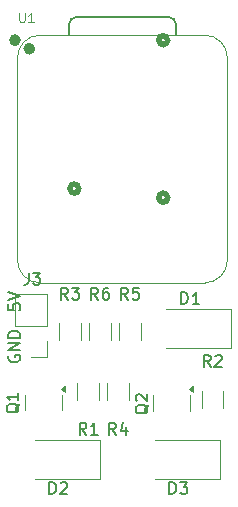
<source format=gbr>
%TF.GenerationSoftware,KiCad,Pcbnew,9.0.1*%
%TF.CreationDate,2025-05-22T11:03:56-04:00*%
%TF.ProjectId,Pneumatactors_1Xiao_PiezoPumps_2Valves,506e6575-6d61-4746-9163-746f72735f31,rev?*%
%TF.SameCoordinates,Original*%
%TF.FileFunction,Legend,Top*%
%TF.FilePolarity,Positive*%
%FSLAX46Y46*%
G04 Gerber Fmt 4.6, Leading zero omitted, Abs format (unit mm)*
G04 Created by KiCad (PCBNEW 9.0.1) date 2025-05-22 11:03:56*
%MOMM*%
%LPD*%
G01*
G04 APERTURE LIST*
%ADD10C,0.150000*%
%ADD11C,0.106680*%
%ADD12C,0.120000*%
%ADD13C,0.508000*%
%ADD14C,0.504000*%
%ADD15C,0.100000*%
%ADD16C,0.127000*%
G04 APERTURE END LIST*
D10*
X40540438Y-65531904D02*
X40492819Y-65627142D01*
X40492819Y-65627142D02*
X40492819Y-65769999D01*
X40492819Y-65769999D02*
X40540438Y-65912856D01*
X40540438Y-65912856D02*
X40635676Y-66008094D01*
X40635676Y-66008094D02*
X40730914Y-66055713D01*
X40730914Y-66055713D02*
X40921390Y-66103332D01*
X40921390Y-66103332D02*
X41064247Y-66103332D01*
X41064247Y-66103332D02*
X41254723Y-66055713D01*
X41254723Y-66055713D02*
X41349961Y-66008094D01*
X41349961Y-66008094D02*
X41445200Y-65912856D01*
X41445200Y-65912856D02*
X41492819Y-65769999D01*
X41492819Y-65769999D02*
X41492819Y-65674761D01*
X41492819Y-65674761D02*
X41445200Y-65531904D01*
X41445200Y-65531904D02*
X41397580Y-65484285D01*
X41397580Y-65484285D02*
X41064247Y-65484285D01*
X41064247Y-65484285D02*
X41064247Y-65674761D01*
X41492819Y-65055713D02*
X40492819Y-65055713D01*
X40492819Y-65055713D02*
X41492819Y-64484285D01*
X41492819Y-64484285D02*
X40492819Y-64484285D01*
X41492819Y-64008094D02*
X40492819Y-64008094D01*
X40492819Y-64008094D02*
X40492819Y-63769999D01*
X40492819Y-63769999D02*
X40540438Y-63627142D01*
X40540438Y-63627142D02*
X40635676Y-63531904D01*
X40635676Y-63531904D02*
X40730914Y-63484285D01*
X40730914Y-63484285D02*
X40921390Y-63436666D01*
X40921390Y-63436666D02*
X41064247Y-63436666D01*
X41064247Y-63436666D02*
X41254723Y-63484285D01*
X41254723Y-63484285D02*
X41349961Y-63531904D01*
X41349961Y-63531904D02*
X41445200Y-63627142D01*
X41445200Y-63627142D02*
X41492819Y-63769999D01*
X41492819Y-63769999D02*
X41492819Y-64008094D01*
X40492819Y-61150476D02*
X40492819Y-61626666D01*
X40492819Y-61626666D02*
X40969009Y-61674285D01*
X40969009Y-61674285D02*
X40921390Y-61626666D01*
X40921390Y-61626666D02*
X40873771Y-61531428D01*
X40873771Y-61531428D02*
X40873771Y-61293333D01*
X40873771Y-61293333D02*
X40921390Y-61198095D01*
X40921390Y-61198095D02*
X40969009Y-61150476D01*
X40969009Y-61150476D02*
X41064247Y-61102857D01*
X41064247Y-61102857D02*
X41302342Y-61102857D01*
X41302342Y-61102857D02*
X41397580Y-61150476D01*
X41397580Y-61150476D02*
X41445200Y-61198095D01*
X41445200Y-61198095D02*
X41492819Y-61293333D01*
X41492819Y-61293333D02*
X41492819Y-61531428D01*
X41492819Y-61531428D02*
X41445200Y-61626666D01*
X41445200Y-61626666D02*
X41397580Y-61674285D01*
X40492819Y-60817142D02*
X41492819Y-60483809D01*
X41492819Y-60483809D02*
X40492819Y-60150476D01*
X48093333Y-60779819D02*
X47760000Y-60303628D01*
X47521905Y-60779819D02*
X47521905Y-59779819D01*
X47521905Y-59779819D02*
X47902857Y-59779819D01*
X47902857Y-59779819D02*
X47998095Y-59827438D01*
X47998095Y-59827438D02*
X48045714Y-59875057D01*
X48045714Y-59875057D02*
X48093333Y-59970295D01*
X48093333Y-59970295D02*
X48093333Y-60113152D01*
X48093333Y-60113152D02*
X48045714Y-60208390D01*
X48045714Y-60208390D02*
X47998095Y-60256009D01*
X47998095Y-60256009D02*
X47902857Y-60303628D01*
X47902857Y-60303628D02*
X47521905Y-60303628D01*
X48950476Y-59779819D02*
X48760000Y-59779819D01*
X48760000Y-59779819D02*
X48664762Y-59827438D01*
X48664762Y-59827438D02*
X48617143Y-59875057D01*
X48617143Y-59875057D02*
X48521905Y-60017914D01*
X48521905Y-60017914D02*
X48474286Y-60208390D01*
X48474286Y-60208390D02*
X48474286Y-60589342D01*
X48474286Y-60589342D02*
X48521905Y-60684580D01*
X48521905Y-60684580D02*
X48569524Y-60732200D01*
X48569524Y-60732200D02*
X48664762Y-60779819D01*
X48664762Y-60779819D02*
X48855238Y-60779819D01*
X48855238Y-60779819D02*
X48950476Y-60732200D01*
X48950476Y-60732200D02*
X48998095Y-60684580D01*
X48998095Y-60684580D02*
X49045714Y-60589342D01*
X49045714Y-60589342D02*
X49045714Y-60351247D01*
X49045714Y-60351247D02*
X48998095Y-60256009D01*
X48998095Y-60256009D02*
X48950476Y-60208390D01*
X48950476Y-60208390D02*
X48855238Y-60160771D01*
X48855238Y-60160771D02*
X48664762Y-60160771D01*
X48664762Y-60160771D02*
X48569524Y-60208390D01*
X48569524Y-60208390D02*
X48521905Y-60256009D01*
X48521905Y-60256009D02*
X48474286Y-60351247D01*
X47109333Y-72209819D02*
X46776000Y-71733628D01*
X46537905Y-72209819D02*
X46537905Y-71209819D01*
X46537905Y-71209819D02*
X46918857Y-71209819D01*
X46918857Y-71209819D02*
X47014095Y-71257438D01*
X47014095Y-71257438D02*
X47061714Y-71305057D01*
X47061714Y-71305057D02*
X47109333Y-71400295D01*
X47109333Y-71400295D02*
X47109333Y-71543152D01*
X47109333Y-71543152D02*
X47061714Y-71638390D01*
X47061714Y-71638390D02*
X47014095Y-71686009D01*
X47014095Y-71686009D02*
X46918857Y-71733628D01*
X46918857Y-71733628D02*
X46537905Y-71733628D01*
X48061714Y-72209819D02*
X47490286Y-72209819D01*
X47776000Y-72209819D02*
X47776000Y-71209819D01*
X47776000Y-71209819D02*
X47680762Y-71352676D01*
X47680762Y-71352676D02*
X47585524Y-71447914D01*
X47585524Y-71447914D02*
X47490286Y-71495533D01*
X57618333Y-66494819D02*
X57285000Y-66018628D01*
X57046905Y-66494819D02*
X57046905Y-65494819D01*
X57046905Y-65494819D02*
X57427857Y-65494819D01*
X57427857Y-65494819D02*
X57523095Y-65542438D01*
X57523095Y-65542438D02*
X57570714Y-65590057D01*
X57570714Y-65590057D02*
X57618333Y-65685295D01*
X57618333Y-65685295D02*
X57618333Y-65828152D01*
X57618333Y-65828152D02*
X57570714Y-65923390D01*
X57570714Y-65923390D02*
X57523095Y-65971009D01*
X57523095Y-65971009D02*
X57427857Y-66018628D01*
X57427857Y-66018628D02*
X57046905Y-66018628D01*
X57999286Y-65590057D02*
X58046905Y-65542438D01*
X58046905Y-65542438D02*
X58142143Y-65494819D01*
X58142143Y-65494819D02*
X58380238Y-65494819D01*
X58380238Y-65494819D02*
X58475476Y-65542438D01*
X58475476Y-65542438D02*
X58523095Y-65590057D01*
X58523095Y-65590057D02*
X58570714Y-65685295D01*
X58570714Y-65685295D02*
X58570714Y-65780533D01*
X58570714Y-65780533D02*
X58523095Y-65923390D01*
X58523095Y-65923390D02*
X57951667Y-66494819D01*
X57951667Y-66494819D02*
X58570714Y-66494819D01*
X43981905Y-77249819D02*
X43981905Y-76249819D01*
X43981905Y-76249819D02*
X44220000Y-76249819D01*
X44220000Y-76249819D02*
X44362857Y-76297438D01*
X44362857Y-76297438D02*
X44458095Y-76392676D01*
X44458095Y-76392676D02*
X44505714Y-76487914D01*
X44505714Y-76487914D02*
X44553333Y-76678390D01*
X44553333Y-76678390D02*
X44553333Y-76821247D01*
X44553333Y-76821247D02*
X44505714Y-77011723D01*
X44505714Y-77011723D02*
X44458095Y-77106961D01*
X44458095Y-77106961D02*
X44362857Y-77202200D01*
X44362857Y-77202200D02*
X44220000Y-77249819D01*
X44220000Y-77249819D02*
X43981905Y-77249819D01*
X44934286Y-76345057D02*
X44981905Y-76297438D01*
X44981905Y-76297438D02*
X45077143Y-76249819D01*
X45077143Y-76249819D02*
X45315238Y-76249819D01*
X45315238Y-76249819D02*
X45410476Y-76297438D01*
X45410476Y-76297438D02*
X45458095Y-76345057D01*
X45458095Y-76345057D02*
X45505714Y-76440295D01*
X45505714Y-76440295D02*
X45505714Y-76535533D01*
X45505714Y-76535533D02*
X45458095Y-76678390D01*
X45458095Y-76678390D02*
X44886667Y-77249819D01*
X44886667Y-77249819D02*
X45505714Y-77249819D01*
X41444057Y-69612738D02*
X41396438Y-69707976D01*
X41396438Y-69707976D02*
X41301200Y-69803214D01*
X41301200Y-69803214D02*
X41158342Y-69946071D01*
X41158342Y-69946071D02*
X41110723Y-70041309D01*
X41110723Y-70041309D02*
X41110723Y-70136547D01*
X41348819Y-70088928D02*
X41301200Y-70184166D01*
X41301200Y-70184166D02*
X41205961Y-70279404D01*
X41205961Y-70279404D02*
X41015485Y-70327023D01*
X41015485Y-70327023D02*
X40682152Y-70327023D01*
X40682152Y-70327023D02*
X40491676Y-70279404D01*
X40491676Y-70279404D02*
X40396438Y-70184166D01*
X40396438Y-70184166D02*
X40348819Y-70088928D01*
X40348819Y-70088928D02*
X40348819Y-69898452D01*
X40348819Y-69898452D02*
X40396438Y-69803214D01*
X40396438Y-69803214D02*
X40491676Y-69707976D01*
X40491676Y-69707976D02*
X40682152Y-69660357D01*
X40682152Y-69660357D02*
X41015485Y-69660357D01*
X41015485Y-69660357D02*
X41205961Y-69707976D01*
X41205961Y-69707976D02*
X41301200Y-69803214D01*
X41301200Y-69803214D02*
X41348819Y-69898452D01*
X41348819Y-69898452D02*
X41348819Y-70088928D01*
X41348819Y-68707976D02*
X41348819Y-69279404D01*
X41348819Y-68993690D02*
X40348819Y-68993690D01*
X40348819Y-68993690D02*
X40491676Y-69088928D01*
X40491676Y-69088928D02*
X40586914Y-69184166D01*
X40586914Y-69184166D02*
X40634533Y-69279404D01*
D11*
X41421450Y-36511391D02*
X41421450Y-37144698D01*
X41421450Y-37144698D02*
X41458704Y-37219204D01*
X41458704Y-37219204D02*
X41495957Y-37256458D01*
X41495957Y-37256458D02*
X41570464Y-37293711D01*
X41570464Y-37293711D02*
X41719477Y-37293711D01*
X41719477Y-37293711D02*
X41793984Y-37256458D01*
X41793984Y-37256458D02*
X41831237Y-37219204D01*
X41831237Y-37219204D02*
X41868490Y-37144698D01*
X41868490Y-37144698D02*
X41868490Y-36511391D01*
X42650810Y-37293711D02*
X42203770Y-37293711D01*
X42427290Y-37293711D02*
X42427290Y-36511391D01*
X42427290Y-36511391D02*
X42352783Y-36623151D01*
X42352783Y-36623151D02*
X42278277Y-36697658D01*
X42278277Y-36697658D02*
X42203770Y-36734911D01*
D10*
X55141905Y-61160819D02*
X55141905Y-60160819D01*
X55141905Y-60160819D02*
X55380000Y-60160819D01*
X55380000Y-60160819D02*
X55522857Y-60208438D01*
X55522857Y-60208438D02*
X55618095Y-60303676D01*
X55618095Y-60303676D02*
X55665714Y-60398914D01*
X55665714Y-60398914D02*
X55713333Y-60589390D01*
X55713333Y-60589390D02*
X55713333Y-60732247D01*
X55713333Y-60732247D02*
X55665714Y-60922723D01*
X55665714Y-60922723D02*
X55618095Y-61017961D01*
X55618095Y-61017961D02*
X55522857Y-61113200D01*
X55522857Y-61113200D02*
X55380000Y-61160819D01*
X55380000Y-61160819D02*
X55141905Y-61160819D01*
X56665714Y-61160819D02*
X56094286Y-61160819D01*
X56380000Y-61160819D02*
X56380000Y-60160819D01*
X56380000Y-60160819D02*
X56284762Y-60303676D01*
X56284762Y-60303676D02*
X56189524Y-60398914D01*
X56189524Y-60398914D02*
X56094286Y-60446533D01*
X50633333Y-60779819D02*
X50300000Y-60303628D01*
X50061905Y-60779819D02*
X50061905Y-59779819D01*
X50061905Y-59779819D02*
X50442857Y-59779819D01*
X50442857Y-59779819D02*
X50538095Y-59827438D01*
X50538095Y-59827438D02*
X50585714Y-59875057D01*
X50585714Y-59875057D02*
X50633333Y-59970295D01*
X50633333Y-59970295D02*
X50633333Y-60113152D01*
X50633333Y-60113152D02*
X50585714Y-60208390D01*
X50585714Y-60208390D02*
X50538095Y-60256009D01*
X50538095Y-60256009D02*
X50442857Y-60303628D01*
X50442857Y-60303628D02*
X50061905Y-60303628D01*
X51538095Y-59779819D02*
X51061905Y-59779819D01*
X51061905Y-59779819D02*
X51014286Y-60256009D01*
X51014286Y-60256009D02*
X51061905Y-60208390D01*
X51061905Y-60208390D02*
X51157143Y-60160771D01*
X51157143Y-60160771D02*
X51395238Y-60160771D01*
X51395238Y-60160771D02*
X51490476Y-60208390D01*
X51490476Y-60208390D02*
X51538095Y-60256009D01*
X51538095Y-60256009D02*
X51585714Y-60351247D01*
X51585714Y-60351247D02*
X51585714Y-60589342D01*
X51585714Y-60589342D02*
X51538095Y-60684580D01*
X51538095Y-60684580D02*
X51490476Y-60732200D01*
X51490476Y-60732200D02*
X51395238Y-60779819D01*
X51395238Y-60779819D02*
X51157143Y-60779819D01*
X51157143Y-60779819D02*
X51061905Y-60732200D01*
X51061905Y-60732200D02*
X51014286Y-60684580D01*
X45553333Y-60779819D02*
X45220000Y-60303628D01*
X44981905Y-60779819D02*
X44981905Y-59779819D01*
X44981905Y-59779819D02*
X45362857Y-59779819D01*
X45362857Y-59779819D02*
X45458095Y-59827438D01*
X45458095Y-59827438D02*
X45505714Y-59875057D01*
X45505714Y-59875057D02*
X45553333Y-59970295D01*
X45553333Y-59970295D02*
X45553333Y-60113152D01*
X45553333Y-60113152D02*
X45505714Y-60208390D01*
X45505714Y-60208390D02*
X45458095Y-60256009D01*
X45458095Y-60256009D02*
X45362857Y-60303628D01*
X45362857Y-60303628D02*
X44981905Y-60303628D01*
X45886667Y-59779819D02*
X46505714Y-59779819D01*
X46505714Y-59779819D02*
X46172381Y-60160771D01*
X46172381Y-60160771D02*
X46315238Y-60160771D01*
X46315238Y-60160771D02*
X46410476Y-60208390D01*
X46410476Y-60208390D02*
X46458095Y-60256009D01*
X46458095Y-60256009D02*
X46505714Y-60351247D01*
X46505714Y-60351247D02*
X46505714Y-60589342D01*
X46505714Y-60589342D02*
X46458095Y-60684580D01*
X46458095Y-60684580D02*
X46410476Y-60732200D01*
X46410476Y-60732200D02*
X46315238Y-60779819D01*
X46315238Y-60779819D02*
X46029524Y-60779819D01*
X46029524Y-60779819D02*
X45934286Y-60732200D01*
X45934286Y-60732200D02*
X45886667Y-60684580D01*
X49617333Y-72209819D02*
X49284000Y-71733628D01*
X49045905Y-72209819D02*
X49045905Y-71209819D01*
X49045905Y-71209819D02*
X49426857Y-71209819D01*
X49426857Y-71209819D02*
X49522095Y-71257438D01*
X49522095Y-71257438D02*
X49569714Y-71305057D01*
X49569714Y-71305057D02*
X49617333Y-71400295D01*
X49617333Y-71400295D02*
X49617333Y-71543152D01*
X49617333Y-71543152D02*
X49569714Y-71638390D01*
X49569714Y-71638390D02*
X49522095Y-71686009D01*
X49522095Y-71686009D02*
X49426857Y-71733628D01*
X49426857Y-71733628D02*
X49045905Y-71733628D01*
X50474476Y-71543152D02*
X50474476Y-72209819D01*
X50236381Y-71162200D02*
X49998286Y-71876485D01*
X49998286Y-71876485D02*
X50617333Y-71876485D01*
X52366057Y-69691238D02*
X52318438Y-69786476D01*
X52318438Y-69786476D02*
X52223200Y-69881714D01*
X52223200Y-69881714D02*
X52080342Y-70024571D01*
X52080342Y-70024571D02*
X52032723Y-70119809D01*
X52032723Y-70119809D02*
X52032723Y-70215047D01*
X52270819Y-70167428D02*
X52223200Y-70262666D01*
X52223200Y-70262666D02*
X52127961Y-70357904D01*
X52127961Y-70357904D02*
X51937485Y-70405523D01*
X51937485Y-70405523D02*
X51604152Y-70405523D01*
X51604152Y-70405523D02*
X51413676Y-70357904D01*
X51413676Y-70357904D02*
X51318438Y-70262666D01*
X51318438Y-70262666D02*
X51270819Y-70167428D01*
X51270819Y-70167428D02*
X51270819Y-69976952D01*
X51270819Y-69976952D02*
X51318438Y-69881714D01*
X51318438Y-69881714D02*
X51413676Y-69786476D01*
X51413676Y-69786476D02*
X51604152Y-69738857D01*
X51604152Y-69738857D02*
X51937485Y-69738857D01*
X51937485Y-69738857D02*
X52127961Y-69786476D01*
X52127961Y-69786476D02*
X52223200Y-69881714D01*
X52223200Y-69881714D02*
X52270819Y-69976952D01*
X52270819Y-69976952D02*
X52270819Y-70167428D01*
X51366057Y-69357904D02*
X51318438Y-69310285D01*
X51318438Y-69310285D02*
X51270819Y-69215047D01*
X51270819Y-69215047D02*
X51270819Y-68976952D01*
X51270819Y-68976952D02*
X51318438Y-68881714D01*
X51318438Y-68881714D02*
X51366057Y-68834095D01*
X51366057Y-68834095D02*
X51461295Y-68786476D01*
X51461295Y-68786476D02*
X51556533Y-68786476D01*
X51556533Y-68786476D02*
X51699390Y-68834095D01*
X51699390Y-68834095D02*
X52270819Y-69405523D01*
X52270819Y-69405523D02*
X52270819Y-68786476D01*
X54141905Y-77249819D02*
X54141905Y-76249819D01*
X54141905Y-76249819D02*
X54380000Y-76249819D01*
X54380000Y-76249819D02*
X54522857Y-76297438D01*
X54522857Y-76297438D02*
X54618095Y-76392676D01*
X54618095Y-76392676D02*
X54665714Y-76487914D01*
X54665714Y-76487914D02*
X54713333Y-76678390D01*
X54713333Y-76678390D02*
X54713333Y-76821247D01*
X54713333Y-76821247D02*
X54665714Y-77011723D01*
X54665714Y-77011723D02*
X54618095Y-77106961D01*
X54618095Y-77106961D02*
X54522857Y-77202200D01*
X54522857Y-77202200D02*
X54380000Y-77249819D01*
X54380000Y-77249819D02*
X54141905Y-77249819D01*
X55046667Y-76249819D02*
X55665714Y-76249819D01*
X55665714Y-76249819D02*
X55332381Y-76630771D01*
X55332381Y-76630771D02*
X55475238Y-76630771D01*
X55475238Y-76630771D02*
X55570476Y-76678390D01*
X55570476Y-76678390D02*
X55618095Y-76726009D01*
X55618095Y-76726009D02*
X55665714Y-76821247D01*
X55665714Y-76821247D02*
X55665714Y-77059342D01*
X55665714Y-77059342D02*
X55618095Y-77154580D01*
X55618095Y-77154580D02*
X55570476Y-77202200D01*
X55570476Y-77202200D02*
X55475238Y-77249819D01*
X55475238Y-77249819D02*
X55189524Y-77249819D01*
X55189524Y-77249819D02*
X55094286Y-77202200D01*
X55094286Y-77202200D02*
X55046667Y-77154580D01*
X42211666Y-58509819D02*
X42211666Y-59224104D01*
X42211666Y-59224104D02*
X42164047Y-59366961D01*
X42164047Y-59366961D02*
X42068809Y-59462200D01*
X42068809Y-59462200D02*
X41925952Y-59509819D01*
X41925952Y-59509819D02*
X41830714Y-59509819D01*
X42592619Y-58509819D02*
X43211666Y-58509819D01*
X43211666Y-58509819D02*
X42878333Y-58890771D01*
X42878333Y-58890771D02*
X43021190Y-58890771D01*
X43021190Y-58890771D02*
X43116428Y-58938390D01*
X43116428Y-58938390D02*
X43164047Y-58986009D01*
X43164047Y-58986009D02*
X43211666Y-59081247D01*
X43211666Y-59081247D02*
X43211666Y-59319342D01*
X43211666Y-59319342D02*
X43164047Y-59414580D01*
X43164047Y-59414580D02*
X43116428Y-59462200D01*
X43116428Y-59462200D02*
X43021190Y-59509819D01*
X43021190Y-59509819D02*
X42735476Y-59509819D01*
X42735476Y-59509819D02*
X42640238Y-59462200D01*
X42640238Y-59462200D02*
X42592619Y-59414580D01*
D12*
%TO.C,R6*%
X49170000Y-62772936D02*
X49170000Y-64227064D01*
X47350000Y-62772936D02*
X47350000Y-64227064D01*
%TO.C,R1*%
X48170000Y-67852936D02*
X48170000Y-69307064D01*
X46350000Y-67852936D02*
X46350000Y-69307064D01*
%TO.C,R2*%
X58695000Y-69942064D02*
X58695000Y-68487936D01*
X56875000Y-69942064D02*
X56875000Y-68487936D01*
%TO.C,D2*%
X48230000Y-75945000D02*
X48230000Y-72645000D01*
X48230000Y-75945000D02*
X42720000Y-75945000D01*
X48230000Y-72645000D02*
X42720000Y-72645000D01*
D13*
%TO.C,J4*%
X46465500Y-51386100D02*
G75*
G02*
X45703500Y-51386100I-381000J0D01*
G01*
X45703500Y-51386100D02*
G75*
G02*
X46465500Y-51386100I381000J0D01*
G01*
D12*
%TO.C,Q1*%
X45290000Y-68595000D02*
X44960000Y-68355000D01*
X45290000Y-68115000D01*
X45290000Y-68595000D01*
G36*
X45290000Y-68595000D02*
G01*
X44960000Y-68355000D01*
X45290000Y-68115000D01*
X45290000Y-68595000D01*
G37*
X45010000Y-69517500D02*
X45010000Y-70167500D01*
X45010000Y-69517500D02*
X45010000Y-68867500D01*
X41890000Y-69517500D02*
X41890000Y-70167500D01*
X41890000Y-69517500D02*
X41890000Y-68867500D01*
%TO.C,U1*%
D14*
X42527636Y-39544000D02*
G75*
G02*
X42023636Y-39544000I-252000J0D01*
G01*
X42023636Y-39544000D02*
G75*
G02*
X42527636Y-39544000I252000J0D01*
G01*
X41310636Y-38821000D02*
G75*
G02*
X40806636Y-38821000I-252000J0D01*
G01*
X40806636Y-38821000D02*
G75*
G02*
X41310636Y-38821000I252000J0D01*
G01*
D15*
X59048636Y-57455000D02*
G75*
G02*
X57143636Y-59360006I-1905006J0D01*
G01*
X57143636Y-38405000D02*
G75*
G02*
X59048630Y-40310000I-6J-1905000D01*
G01*
D16*
X54162636Y-36895000D02*
G75*
G02*
X54662630Y-37395000I-6J-500000D01*
G01*
X45667364Y-37394728D02*
G75*
G02*
X46167364Y-36895001I500018J-291D01*
G01*
D15*
X43173636Y-59360000D02*
G75*
G02*
X41268636Y-57455000I1J1905001D01*
G01*
X41268636Y-40306000D02*
G75*
G02*
X43173636Y-38401000I1905001J-1D01*
G01*
X59048636Y-57455000D02*
X59048636Y-40310000D01*
X57143636Y-38405000D02*
X43173636Y-38405000D01*
D16*
X54662636Y-37395000D02*
X54662636Y-38405000D01*
X46167364Y-36895000D02*
X54162636Y-36895000D01*
X45663636Y-38405000D02*
X45667364Y-37394728D01*
D15*
X43173636Y-59360000D02*
X57143636Y-59360000D01*
X41268636Y-57455000D02*
X41268636Y-40310000D01*
D12*
%TO.C,D1*%
X59390000Y-64896000D02*
X59390000Y-61596000D01*
X59390000Y-64896000D02*
X53880000Y-64896000D01*
X59390000Y-61596000D02*
X53880000Y-61596000D01*
%TO.C,R5*%
X51710000Y-62772936D02*
X51710000Y-64227064D01*
X49890000Y-62772936D02*
X49890000Y-64227064D01*
%TO.C,R3*%
X46630000Y-64227064D02*
X46630000Y-62772936D01*
X44810000Y-64227064D02*
X44810000Y-62772936D01*
D13*
%TO.C,J1*%
X53991500Y-38823900D02*
G75*
G02*
X53229500Y-38823900I-381000J0D01*
G01*
X53229500Y-38823900D02*
G75*
G02*
X53991500Y-38823900I381000J0D01*
G01*
%TO.C,J2*%
X53991500Y-52158900D02*
G75*
G02*
X53229500Y-52158900I-381000J0D01*
G01*
X53229500Y-52158900D02*
G75*
G02*
X53991500Y-52158900I381000J0D01*
G01*
D12*
%TO.C,R4*%
X50710000Y-67852936D02*
X50710000Y-69307064D01*
X48890000Y-67852936D02*
X48890000Y-69307064D01*
%TO.C,Q2*%
X56135000Y-68607500D02*
X55805000Y-68367500D01*
X56135000Y-68127500D01*
X56135000Y-68607500D01*
G36*
X56135000Y-68607500D02*
G01*
X55805000Y-68367500D01*
X56135000Y-68127500D01*
X56135000Y-68607500D01*
G37*
X55855000Y-69530000D02*
X55855000Y-70180000D01*
X55855000Y-69530000D02*
X55855000Y-68880000D01*
X52735000Y-69530000D02*
X52735000Y-70180000D01*
X52735000Y-69530000D02*
X52735000Y-68880000D01*
%TO.C,D3*%
X58390000Y-75945000D02*
X58390000Y-72645000D01*
X58390000Y-75945000D02*
X52880000Y-75945000D01*
X58390000Y-72645000D02*
X52880000Y-72645000D01*
%TO.C,J3*%
X43798000Y-65642000D02*
X42418000Y-65642000D01*
X43798000Y-64262000D02*
X43798000Y-65642000D01*
X43798000Y-62992000D02*
X43798000Y-60342000D01*
X43798000Y-62992000D02*
X41038000Y-62992000D01*
X43798000Y-60342000D02*
X41038000Y-60342000D01*
X41038000Y-62992000D02*
X41038000Y-60342000D01*
%TD*%
M02*

</source>
